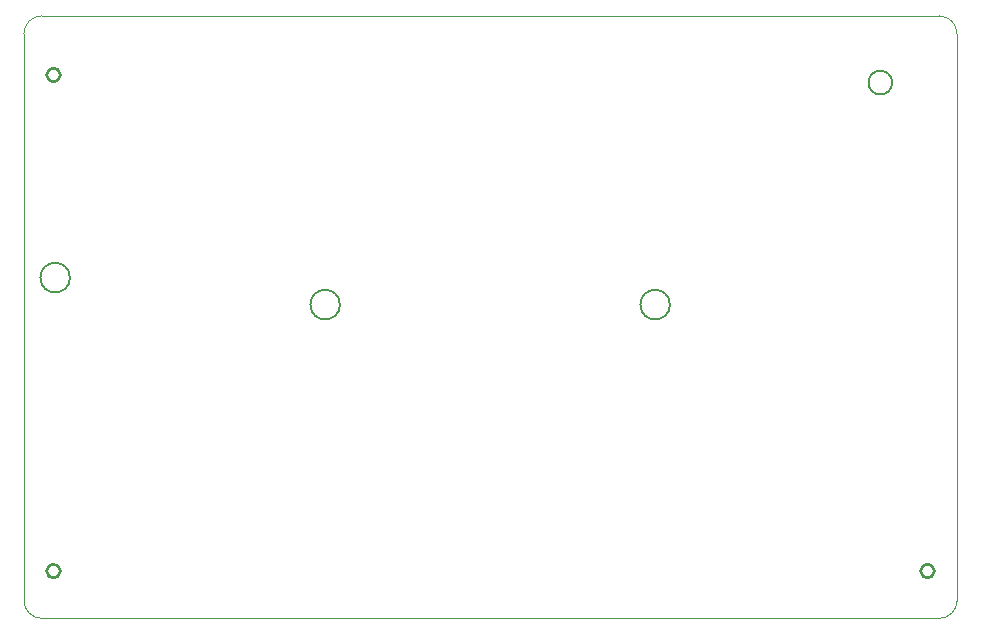
<source format=gm1>
G04 #@! TF.GenerationSoftware,KiCad,Pcbnew,(6.0.0)*
G04 #@! TF.CreationDate,2022-01-06T20:39:03+01:00*
G04 #@! TF.ProjectId,soar_audio,736f6172-5f61-4756-9469-6f2e6b696361,v1.0*
G04 #@! TF.SameCoordinates,Original*
G04 #@! TF.FileFunction,Profile,NP*
%FSLAX46Y46*%
G04 Gerber Fmt 4.6, Leading zero omitted, Abs format (unit mm)*
G04 Created by KiCad (PCBNEW (6.0.0)) date 2022-01-06 20:39:03*
%MOMM*%
%LPD*%
G01*
G04 APERTURE LIST*
G04 #@! TA.AperFunction,Profile*
%ADD10C,0.100000*%
G04 #@! TD*
G04 #@! TA.AperFunction,Profile*
%ADD11C,0.200000*%
G04 #@! TD*
G04 #@! TA.AperFunction,Profile*
%ADD12C,0.249000*%
G04 #@! TD*
G04 APERTURE END LIST*
D10*
X103000000Y-67000000D02*
G75*
G03*
X101500000Y-68500000I1J-1500001D01*
G01*
X101500000Y-68500000D02*
X101500000Y-116500000D01*
D11*
X105390000Y-89154000D02*
G75*
G03*
X105390000Y-89154000I-1250000J0D01*
G01*
D10*
X180500000Y-116500000D02*
X180500000Y-68500000D01*
X179000000Y-67000000D02*
X103000000Y-67000000D01*
X103000000Y-118000000D02*
X179000000Y-118000000D01*
D12*
X178576000Y-114000000D02*
G75*
G03*
X178576000Y-114000000I-576000J0D01*
G01*
D10*
X101500000Y-116500000D02*
G75*
G03*
X103000000Y-118000000I1500001J1D01*
G01*
D11*
X156190000Y-91440000D02*
G75*
G03*
X156190000Y-91440000I-1250000J0D01*
G01*
X175006000Y-72644000D02*
G75*
G03*
X175006000Y-72644000I-1000000J0D01*
G01*
X128250000Y-91440000D02*
G75*
G03*
X128250000Y-91440000I-1250000J0D01*
G01*
D12*
X104576000Y-72000000D02*
G75*
G03*
X104576000Y-72000000I-576000J0D01*
G01*
D10*
X180500000Y-68500000D02*
G75*
G03*
X179000000Y-67000000I-1500001J-1D01*
G01*
D12*
X104576000Y-114000000D02*
G75*
G03*
X104576000Y-114000000I-576000J0D01*
G01*
D10*
X179000000Y-118000000D02*
G75*
G03*
X180500000Y-116500000I-1J1500001D01*
G01*
M02*

</source>
